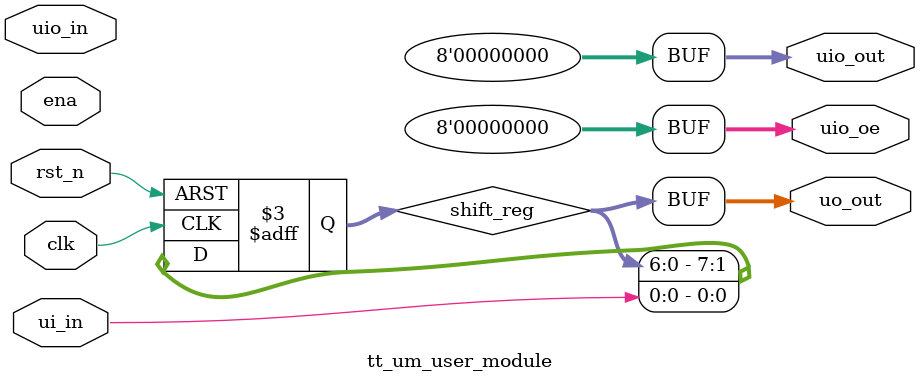
<source format=v>
/*
 * Top-level user module for Tiny Tapeout
 * 
 * This module implements an 8-cell shift register.
 * Based on your pinout in info.yaml:
 * - ui[0] (A) is the data input
 * - uo[7:0] are the 8 register outputs
 */

module tt_um_user_module(
    input wire [7:0] ui_in,    // Dedicated inputs
    output wire [7:0] uo_out,  // Dedicated outputs
    input wire [7:0] uio_in,   // IOs: Input path
    output wire [7:0] uio_out, // IOs: Output path
    output wire [7:0] uio_oe,  // IOs: Enable path (active high: 0=input, 1=output)
    input wire ena,            // Enable
    input wire clk,            // Clock
    input wire rst_n           // Reset (active low)
);

    // Internal register for the shift register stages
    reg [7:0] shift_reg;
    
    // 8-cell shift register: Each flip-flop's output feeds the next flip-flop's input
    // On each clock edge, data shifts from left to right
    always @(posedge clk or negedge rst_n) begin
        if (!rst_n) begin
            // Active-low reset: clear all bits
            shift_reg <= 8'b0;
        end else begin
            // Shift operation: new data enters from ui_in[0], rest shifts right
            shift_reg <= {shift_reg[6:0], ui_in[0]};
        end
    end
    
    // Output all 8 register bits
    assign uo_out = shift_reg;
    
    // Configure IOs as inputs (all zeros means input mode)
    assign uio_oe = 8'b0;
    assign uio_out = 8'b0;

endmodule


</source>
